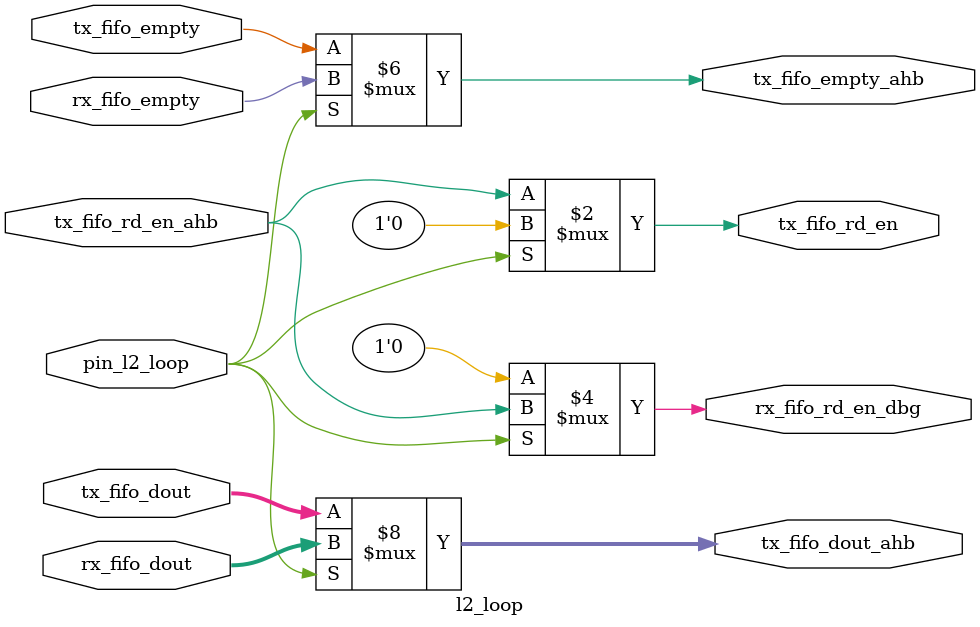
<source format=v>
module l2_loop(
	//input
	pin_l2_loop, tx_fifo_empty, tx_fifo_dout, rx_fifo_empty, rx_fifo_dout, tx_fifo_rd_en_ahb,
	//output
	tx_fifo_rd_en, rx_fifo_rd_en_dbg, tx_fifo_empty_ahb, tx_fifo_dout_ahb
	);
   input           pin_l2_loop;

   input           tx_fifo_empty;
   input [31:0]    tx_fifo_dout;
   output          tx_fifo_rd_en;

   input           rx_fifo_empty;
   input [31:0]    rx_fifo_dout;
   output          rx_fifo_rd_en_dbg;

   output          tx_fifo_empty_ahb;
   output [31:0]   tx_fifo_dout_ahb;
   input           tx_fifo_rd_en_ahb;

   wire          tx_fifo_rd_en_dbg;
   wire          rx_fifo_rd_en_dbg;
   wire          tx_fifo_empty_ahb;
   wire [31:0]   tx_fifo_dout_ahb;

   assign tx_fifo_rd_en     = (pin_l2_loop == 1'b1) ? 1'b0 : tx_fifo_rd_en_ahb;
   assign rx_fifo_rd_en_dbg = (pin_l2_loop == 1'b1) ? tx_fifo_rd_en_ahb : 1'b0;
   assign tx_fifo_empty_ahb = (pin_l2_loop == 1'b1) ? rx_fifo_empty : tx_fifo_empty;
   assign tx_fifo_dout_ahb  = (pin_l2_loop == 1'b1) ? rx_fifo_dout  : tx_fifo_dout;

endmodule

</source>
